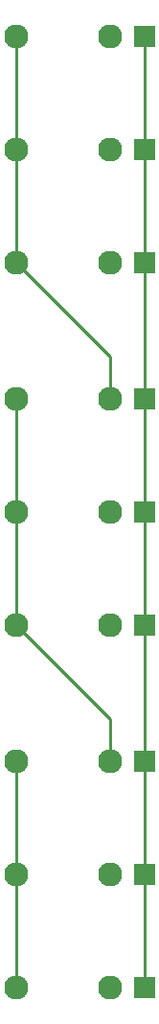
<source format=gtl>
G04 #@! TF.GenerationSoftware,KiCad,Pcbnew,7.0.7-7.0.7~ubuntu22.04.1*
G04 #@! TF.CreationDate,2023-09-23T20:45:54+02:00*
G04 #@! TF.ProjectId,Multiple-3x2,4d756c74-6970-46c6-952d-3378322e6b69,rev?*
G04 #@! TF.SameCoordinates,Original*
G04 #@! TF.FileFunction,Copper,L1,Top*
G04 #@! TF.FilePolarity,Positive*
%FSLAX46Y46*%
G04 Gerber Fmt 4.6, Leading zero omitted, Abs format (unit mm)*
G04 Created by KiCad (PCBNEW 7.0.7-7.0.7~ubuntu22.04.1) date 2023-09-23 20:45:54*
%MOMM*%
%LPD*%
G01*
G04 APERTURE LIST*
G04 #@! TA.AperFunction,ComponentPad*
%ADD10R,1.830000X1.930000*%
G04 #@! TD*
G04 #@! TA.AperFunction,ComponentPad*
%ADD11C,2.130000*%
G04 #@! TD*
G04 #@! TA.AperFunction,Conductor*
%ADD12C,0.250000*%
G04 #@! TD*
G04 APERTURE END LIST*
D10*
X65780000Y-94000000D03*
D11*
X54380000Y-94000000D03*
X62680000Y-94000000D03*
D10*
X65780000Y-74000000D03*
D11*
X54380000Y-74000000D03*
X62680000Y-74000000D03*
D10*
X65780000Y-126000000D03*
D11*
X54380000Y-126000000D03*
X62680000Y-126000000D03*
D10*
X65780000Y-84000000D03*
D11*
X54380000Y-84000000D03*
X62680000Y-84000000D03*
D10*
X65780000Y-106000000D03*
D11*
X54380000Y-106000000D03*
X62680000Y-106000000D03*
D10*
X65780000Y-62000000D03*
D11*
X54380000Y-62000000D03*
X62680000Y-62000000D03*
D10*
X65780000Y-42000000D03*
D11*
X54380000Y-42000000D03*
X62680000Y-42000000D03*
D10*
X65780000Y-116000000D03*
D11*
X54380000Y-116000000D03*
X62680000Y-116000000D03*
D10*
X65780000Y-52000000D03*
D11*
X54380000Y-52000000D03*
X62680000Y-52000000D03*
D12*
X65780000Y-42000000D02*
X65780000Y-126000000D01*
X62680000Y-106000000D02*
X62680000Y-102300000D01*
X62680000Y-102300000D02*
X54380000Y-94000000D01*
X54380000Y-94000000D02*
X54380000Y-74000000D01*
X54380000Y-126000000D02*
X54380000Y-106000000D01*
X62680000Y-70300000D02*
X54380000Y-62000000D01*
X62680000Y-74000000D02*
X62680000Y-70300000D01*
X54380000Y-52000000D02*
X54380000Y-62000000D01*
X54380000Y-42000000D02*
X54380000Y-52000000D01*
M02*

</source>
